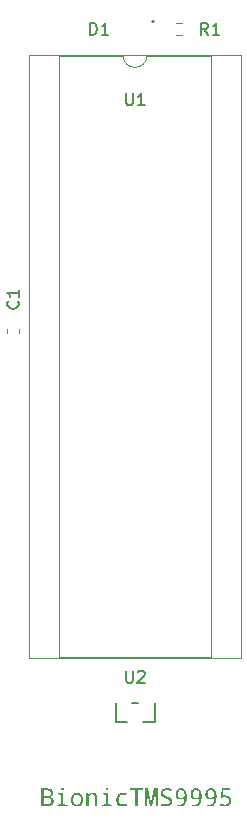
<source format=gbr>
G04 #@! TF.GenerationSoftware,KiCad,Pcbnew,8.0.4+dfsg-1*
G04 #@! TF.CreationDate,2025-02-23T17:23:09+09:00*
G04 #@! TF.ProjectId,bionic-tms9995,62696f6e-6963-42d7-946d-73393939352e,2*
G04 #@! TF.SameCoordinates,Original*
G04 #@! TF.FileFunction,Legend,Top*
G04 #@! TF.FilePolarity,Positive*
%FSLAX46Y46*%
G04 Gerber Fmt 4.6, Leading zero omitted, Abs format (unit mm)*
G04 Created by KiCad (PCBNEW 8.0.4+dfsg-1) date 2025-02-23 17:23:09*
%MOMM*%
%LPD*%
G01*
G04 APERTURE LIST*
%ADD10C,0.150000*%
%ADD11C,0.152400*%
%ADD12C,0.120000*%
G04 APERTURE END LIST*
D10*
G36*
X106312245Y-135799063D02*
G01*
X106389051Y-135805637D01*
X106471229Y-135819311D01*
X106542512Y-135839297D01*
X106611902Y-135870590D01*
X106637101Y-135886631D01*
X106692880Y-135938219D01*
X106732722Y-136003592D01*
X106756627Y-136082750D01*
X106764471Y-136163321D01*
X106764596Y-136175692D01*
X106756689Y-136253373D01*
X106729726Y-136328904D01*
X106683629Y-136394045D01*
X106627444Y-136441622D01*
X106560096Y-136475819D01*
X106481585Y-136496634D01*
X106464543Y-136499192D01*
X106464543Y-136509450D01*
X106544743Y-136527127D01*
X106614249Y-136552315D01*
X106686094Y-136594361D01*
X106741231Y-136648142D01*
X106779660Y-136713658D01*
X106801381Y-136790909D01*
X106806727Y-136861160D01*
X106802104Y-136934481D01*
X106785021Y-137012274D01*
X106755351Y-137081722D01*
X106713093Y-137142826D01*
X106675203Y-137181362D01*
X106613245Y-137226615D01*
X106542137Y-137260753D01*
X106461877Y-137283776D01*
X106385799Y-137294664D01*
X106317265Y-137297500D01*
X105774313Y-137297500D01*
X105774313Y-137133735D01*
X105967021Y-137133735D01*
X106283193Y-137133735D01*
X106358326Y-137129355D01*
X106438155Y-137111565D01*
X106513289Y-137072152D01*
X106565882Y-137013033D01*
X106595935Y-136934207D01*
X106603762Y-136853466D01*
X106595613Y-136778635D01*
X106564323Y-136705580D01*
X106509566Y-136650788D01*
X106431342Y-136614261D01*
X106348228Y-136597772D01*
X106270004Y-136593714D01*
X105967021Y-136593714D01*
X105967021Y-137133735D01*
X105774313Y-137133735D01*
X105774313Y-136429949D01*
X105967021Y-136429949D01*
X106259379Y-136429949D01*
X106334347Y-136426446D01*
X106412728Y-136412213D01*
X106484307Y-136380683D01*
X106493852Y-136373895D01*
X106541531Y-136316259D01*
X106563968Y-136241589D01*
X106567492Y-136188515D01*
X106558184Y-136112822D01*
X106523184Y-136044465D01*
X106488723Y-136013759D01*
X106416664Y-135981387D01*
X106336779Y-135965824D01*
X106259889Y-135960844D01*
X106238863Y-135960636D01*
X105967021Y-135960636D01*
X105967021Y-136429949D01*
X105774313Y-136429949D01*
X105774313Y-135796871D01*
X106227872Y-135796871D01*
X106312245Y-135799063D01*
G37*
G36*
X107547516Y-135703082D02*
G01*
X107622148Y-135725452D01*
X107654987Y-135792561D01*
X107656693Y-135819952D01*
X107638351Y-135892080D01*
X107624086Y-135908613D01*
X107555722Y-135937301D01*
X107547516Y-135937555D01*
X107476117Y-135918146D01*
X107439933Y-135853832D01*
X107437240Y-135819952D01*
X107455440Y-135744284D01*
X107521670Y-135704908D01*
X107547516Y-135703082D01*
G37*
G36*
X107452994Y-136319307D02*
G01*
X107175656Y-136297691D01*
X107175656Y-136172028D01*
X107640206Y-136172028D01*
X107640206Y-137150221D01*
X108002907Y-137170737D01*
X108002907Y-137297500D01*
X107098353Y-137297500D01*
X107098353Y-137170737D01*
X107452994Y-137150221D01*
X107452994Y-136319307D01*
G37*
G36*
X108871949Y-136154197D02*
G01*
X108947589Y-136171044D01*
X109017510Y-136199122D01*
X109081712Y-136238432D01*
X109140196Y-136288973D01*
X109158420Y-136308316D01*
X109207102Y-136371900D01*
X109245712Y-136442852D01*
X109274249Y-136521171D01*
X109292715Y-136606857D01*
X109300409Y-136683890D01*
X109301668Y-136732566D01*
X109298216Y-136815148D01*
X109287858Y-136892077D01*
X109270595Y-136963354D01*
X109240765Y-137041424D01*
X109200992Y-137111354D01*
X109160252Y-137163410D01*
X109104060Y-137216948D01*
X109041275Y-137259409D01*
X108971894Y-137290793D01*
X108895920Y-137311101D01*
X108813350Y-137320331D01*
X108784362Y-137320947D01*
X108703600Y-137315318D01*
X108628376Y-137298433D01*
X108558691Y-137270290D01*
X108494545Y-137230890D01*
X108435936Y-137180233D01*
X108417631Y-137160846D01*
X108368825Y-137096896D01*
X108330116Y-137025400D01*
X108301505Y-136946355D01*
X108285376Y-136874719D01*
X108276260Y-136797842D01*
X108274016Y-136732566D01*
X108467823Y-136732566D01*
X108470641Y-136809890D01*
X108483163Y-136901157D01*
X108505703Y-136978904D01*
X108547965Y-137057073D01*
X108605880Y-137114115D01*
X108679448Y-137150031D01*
X108768669Y-137164819D01*
X108788392Y-137165242D01*
X108863267Y-137158481D01*
X108942823Y-137131017D01*
X109006779Y-137082425D01*
X109055136Y-137012707D01*
X109082591Y-136941721D01*
X109100062Y-136857214D01*
X109107549Y-136759186D01*
X109107861Y-136732566D01*
X109105034Y-136656028D01*
X109092469Y-136565687D01*
X109069852Y-136488731D01*
X109027444Y-136411356D01*
X108969331Y-136354893D01*
X108895510Y-136319343D01*
X108805984Y-136304704D01*
X108786194Y-136304286D01*
X108711575Y-136310978D01*
X108632294Y-136338164D01*
X108568557Y-136386261D01*
X108520367Y-136455271D01*
X108493007Y-136525536D01*
X108475596Y-136609184D01*
X108468134Y-136706217D01*
X108467823Y-136732566D01*
X108274016Y-136732566D01*
X108277424Y-136650749D01*
X108287648Y-136574514D01*
X108308913Y-136490399D01*
X108339992Y-136414321D01*
X108380886Y-136346280D01*
X108413601Y-136305385D01*
X108469384Y-136252096D01*
X108532046Y-136209833D01*
X108601585Y-136178594D01*
X108678002Y-136158381D01*
X108761297Y-136149194D01*
X108790590Y-136148581D01*
X108871949Y-136154197D01*
G37*
G36*
X110330053Y-137297500D02*
G01*
X110330053Y-136571366D01*
X110324069Y-136494424D01*
X110301091Y-136419308D01*
X110252502Y-136355407D01*
X110180457Y-136317066D01*
X110100034Y-136304547D01*
X110084955Y-136304286D01*
X110010766Y-136310674D01*
X109931941Y-136336628D01*
X109868571Y-136382545D01*
X109820657Y-136448426D01*
X109788200Y-136534271D01*
X109773362Y-136617321D01*
X109768416Y-136713148D01*
X109768416Y-137297500D01*
X109580838Y-137297500D01*
X109580838Y-136172028D01*
X109732146Y-136172028D01*
X109759990Y-136321871D01*
X109770248Y-136321871D01*
X109814804Y-136262980D01*
X109878703Y-136209673D01*
X109955434Y-136172950D01*
X110031417Y-136154673D01*
X110116829Y-136148581D01*
X110210767Y-136155021D01*
X110292180Y-136174341D01*
X110361068Y-136206541D01*
X110429564Y-136264904D01*
X110470271Y-136326084D01*
X110498452Y-136400144D01*
X110514108Y-136487083D01*
X110517631Y-136560741D01*
X110517631Y-137297500D01*
X110330053Y-137297500D01*
G37*
G36*
X111328395Y-135703082D02*
G01*
X111403028Y-135725452D01*
X111435866Y-135792561D01*
X111437572Y-135819952D01*
X111419231Y-135892080D01*
X111404965Y-135908613D01*
X111336601Y-135937301D01*
X111328395Y-135937555D01*
X111256996Y-135918146D01*
X111220812Y-135853832D01*
X111218120Y-135819952D01*
X111236319Y-135744284D01*
X111302549Y-135704908D01*
X111328395Y-135703082D01*
G37*
G36*
X111233873Y-136319307D02*
G01*
X110956536Y-136297691D01*
X110956536Y-136172028D01*
X111421085Y-136172028D01*
X111421085Y-137150221D01*
X111783786Y-137170737D01*
X111783786Y-137297500D01*
X110879233Y-137297500D01*
X110879233Y-137170737D01*
X111233873Y-137150221D01*
X111233873Y-136319307D01*
G37*
G36*
X113029791Y-136209398D02*
G01*
X112966044Y-136372063D01*
X112890801Y-136345937D01*
X112819681Y-136327275D01*
X112744597Y-136315204D01*
X112689805Y-136312346D01*
X112600246Y-136319004D01*
X112522628Y-136338976D01*
X112456952Y-136372264D01*
X112391648Y-136432598D01*
X112352840Y-136495844D01*
X112325972Y-136572406D01*
X112311045Y-136662282D01*
X112307687Y-136738428D01*
X112310955Y-136813264D01*
X112325481Y-136901595D01*
X112351627Y-136976840D01*
X112400652Y-137052493D01*
X112467834Y-137107700D01*
X112553172Y-137142460D01*
X112634517Y-137155546D01*
X112679547Y-137157182D01*
X112760948Y-137153198D01*
X112843220Y-137141245D01*
X112915921Y-137124250D01*
X112989289Y-137101154D01*
X113010374Y-137093435D01*
X113010374Y-137258299D01*
X112937398Y-137285707D01*
X112856592Y-137305285D01*
X112779463Y-137315991D01*
X112696338Y-137320702D01*
X112671487Y-137320947D01*
X112591600Y-137317289D01*
X112517492Y-137306314D01*
X112436189Y-137283486D01*
X112363207Y-137250123D01*
X112298545Y-137206223D01*
X112260060Y-137171104D01*
X112210381Y-137110327D01*
X112170982Y-137040380D01*
X112141860Y-136961263D01*
X112125443Y-136888326D01*
X112116164Y-136809021D01*
X112113880Y-136740992D01*
X112117530Y-136653918D01*
X112128478Y-136573588D01*
X112146724Y-136500002D01*
X112178254Y-136420601D01*
X112220295Y-136350912D01*
X112263357Y-136300256D01*
X112323674Y-136248710D01*
X112392517Y-136207829D01*
X112469888Y-136177613D01*
X112555784Y-136158061D01*
X112633878Y-136149914D01*
X112683577Y-136148581D01*
X112762880Y-136151491D01*
X112840185Y-136160222D01*
X112915491Y-136174773D01*
X112988798Y-136195144D01*
X113029791Y-136209398D01*
G37*
G36*
X113925185Y-137297500D02*
G01*
X113732844Y-137297500D01*
X113732844Y-135965765D01*
X113302000Y-135965765D01*
X113302000Y-135796871D01*
X114354931Y-135796871D01*
X114354931Y-135965765D01*
X113925185Y-135965765D01*
X113925185Y-137297500D01*
G37*
G36*
X115005227Y-137297500D02*
G01*
X114719097Y-135984450D01*
X114710670Y-135978588D01*
X114716053Y-136061059D01*
X114720523Y-136137198D01*
X114724684Y-136220205D01*
X114727530Y-136294094D01*
X114729191Y-136368771D01*
X114729355Y-136396976D01*
X114729355Y-137297500D01*
X114573650Y-137297500D01*
X114573650Y-135796871D01*
X114828273Y-135796871D01*
X115083629Y-137019429D01*
X115089857Y-137019429D01*
X115347411Y-135796871D01*
X115607164Y-135796871D01*
X115607164Y-137297500D01*
X115449261Y-137297500D01*
X115449261Y-136383787D01*
X115450420Y-136309399D01*
X115452924Y-136230464D01*
X115456187Y-136148126D01*
X115459693Y-136069161D01*
X115463915Y-135980786D01*
X115455855Y-135980786D01*
X115164229Y-137297500D01*
X115005227Y-137297500D01*
G37*
G36*
X115862886Y-137250605D02*
G01*
X115862886Y-137068888D01*
X115944073Y-137098894D01*
X116024693Y-137122692D01*
X116104746Y-137140282D01*
X116184233Y-137151664D01*
X116263153Y-137156837D01*
X116289334Y-137157182D01*
X116373827Y-137153289D01*
X116447054Y-137141612D01*
X116522745Y-137116066D01*
X116590339Y-137069355D01*
X116632586Y-137005127D01*
X116649484Y-136923381D01*
X116649836Y-136908054D01*
X116639635Y-136834776D01*
X116601948Y-136766865D01*
X116577296Y-136743557D01*
X116509805Y-136701250D01*
X116438588Y-136667326D01*
X116360982Y-136635465D01*
X116283106Y-136606536D01*
X116206985Y-136577217D01*
X116139365Y-136545863D01*
X116071219Y-136506711D01*
X116007506Y-136458574D01*
X115975360Y-136426652D01*
X115930376Y-136362992D01*
X115900115Y-136289480D01*
X115885575Y-136215863D01*
X115882303Y-136155542D01*
X115888632Y-136080880D01*
X115911364Y-136004653D01*
X115950628Y-135938135D01*
X116006424Y-135881326D01*
X116014561Y-135874907D01*
X116077282Y-135835364D01*
X116149400Y-135805534D01*
X116230914Y-135785416D01*
X116308263Y-135775902D01*
X116377994Y-135773424D01*
X116464951Y-135776245D01*
X116548869Y-135784707D01*
X116629746Y-135798811D01*
X116707584Y-135818556D01*
X116782383Y-135843942D01*
X116806640Y-135853658D01*
X116740695Y-136022918D01*
X116667034Y-135995527D01*
X116595254Y-135973802D01*
X116513887Y-135955620D01*
X116435080Y-135945152D01*
X116369568Y-135942318D01*
X116282599Y-135947568D01*
X116210371Y-135963320D01*
X116143155Y-135996082D01*
X116091563Y-136053416D01*
X116068863Y-136131332D01*
X116067683Y-136157374D01*
X116077163Y-136230412D01*
X116112185Y-136300907D01*
X116135095Y-136326268D01*
X116198453Y-136371220D01*
X116265904Y-136405326D01*
X116339687Y-136436146D01*
X116413898Y-136463288D01*
X116489010Y-136491710D01*
X116568282Y-136526194D01*
X116635704Y-136561090D01*
X116699387Y-136602323D01*
X116752418Y-136650134D01*
X116797241Y-136715722D01*
X116825462Y-136792043D01*
X116836668Y-136869909D01*
X116837415Y-136897796D01*
X116830578Y-136980140D01*
X116810066Y-137054384D01*
X116775881Y-137120529D01*
X116728021Y-137178574D01*
X116694533Y-137208107D01*
X116626432Y-137252075D01*
X116558906Y-137281166D01*
X116482932Y-137302324D01*
X116398508Y-137315547D01*
X116321700Y-137320506D01*
X116289334Y-137320947D01*
X116206956Y-137319229D01*
X116130409Y-137314077D01*
X116046251Y-137303361D01*
X115970491Y-137287699D01*
X115892718Y-137263176D01*
X115862886Y-137250605D01*
G37*
G36*
X117675552Y-135779619D02*
G01*
X117750526Y-135798205D01*
X117818880Y-135829182D01*
X117880614Y-135872549D01*
X117935728Y-135928306D01*
X117952628Y-135949645D01*
X117997699Y-136020382D01*
X118033445Y-136100702D01*
X118056111Y-136174955D01*
X118072300Y-136255863D01*
X118082014Y-136343425D01*
X118085122Y-136418267D01*
X118085252Y-136437643D01*
X118082681Y-136544605D01*
X118074970Y-136644667D01*
X118062119Y-136737828D01*
X118044127Y-136824088D01*
X118020995Y-136903448D01*
X117992722Y-136975906D01*
X117959308Y-137041464D01*
X117899549Y-137126861D01*
X117828224Y-137196732D01*
X117745333Y-137251076D01*
X117650875Y-137289893D01*
X117544851Y-137313183D01*
X117467743Y-137320084D01*
X117427261Y-137320947D01*
X117351493Y-137318319D01*
X117277161Y-137308612D01*
X117249941Y-137302262D01*
X117249941Y-137141795D01*
X117321838Y-137164673D01*
X117396000Y-137173170D01*
X117421033Y-137173668D01*
X117503418Y-137168491D01*
X117577740Y-137152957D01*
X117654258Y-137121747D01*
X117719802Y-137076442D01*
X117767247Y-137026390D01*
X117812991Y-136953716D01*
X117844135Y-136878308D01*
X117864401Y-136806219D01*
X117879498Y-136725723D01*
X117889424Y-136636819D01*
X117893643Y-136559642D01*
X117881187Y-136559642D01*
X117832195Y-136627878D01*
X117771772Y-136679354D01*
X117699920Y-136714071D01*
X117616637Y-136732028D01*
X117563915Y-136734764D01*
X117480662Y-136728961D01*
X117405614Y-136711553D01*
X117329891Y-136677447D01*
X117264885Y-136628182D01*
X117250307Y-136613497D01*
X117200459Y-136547094D01*
X117168525Y-136479524D01*
X117147495Y-136403118D01*
X117137369Y-136317877D01*
X117136387Y-136279373D01*
X117317718Y-136279373D01*
X117323283Y-136357416D01*
X117342517Y-136431419D01*
X117379542Y-136497367D01*
X117388060Y-136507618D01*
X117449592Y-136556287D01*
X117520932Y-136581168D01*
X117589927Y-136587486D01*
X117667558Y-136579328D01*
X117736959Y-136554856D01*
X117798132Y-136514070D01*
X117809379Y-136503954D01*
X117859857Y-136443973D01*
X117891026Y-136372712D01*
X117898039Y-136315277D01*
X117892887Y-136240378D01*
X117874775Y-136162303D01*
X117843621Y-136090777D01*
X117815607Y-136046732D01*
X117764921Y-135991831D01*
X117698475Y-135951903D01*
X117621367Y-135934157D01*
X117596155Y-135933159D01*
X117519448Y-135941853D01*
X117448293Y-135971499D01*
X117390991Y-136022185D01*
X117352351Y-136085555D01*
X117329811Y-136155803D01*
X117319507Y-136228755D01*
X117317718Y-136279373D01*
X117136387Y-136279373D01*
X117136368Y-136278640D01*
X117140734Y-136194315D01*
X117153833Y-136116919D01*
X117175665Y-136046453D01*
X117212172Y-135973000D01*
X117260566Y-135908979D01*
X117318969Y-135856160D01*
X117385507Y-135816315D01*
X117460180Y-135789442D01*
X117542987Y-135775542D01*
X117593957Y-135773424D01*
X117675552Y-135779619D01*
G37*
G36*
X118935845Y-135779619D02*
G01*
X119010819Y-135798205D01*
X119079173Y-135829182D01*
X119140907Y-135872549D01*
X119196021Y-135928306D01*
X119212921Y-135949645D01*
X119257992Y-136020382D01*
X119293738Y-136100702D01*
X119316404Y-136174955D01*
X119332593Y-136255863D01*
X119342307Y-136343425D01*
X119345415Y-136418267D01*
X119345545Y-136437643D01*
X119342974Y-136544605D01*
X119335264Y-136644667D01*
X119322412Y-136737828D01*
X119304420Y-136824088D01*
X119281288Y-136903448D01*
X119253015Y-136975906D01*
X119219601Y-137041464D01*
X119159842Y-137126861D01*
X119088517Y-137196732D01*
X119005626Y-137251076D01*
X118911168Y-137289893D01*
X118805144Y-137313183D01*
X118728036Y-137320084D01*
X118687554Y-137320947D01*
X118611786Y-137318319D01*
X118537454Y-137308612D01*
X118510234Y-137302262D01*
X118510234Y-137141795D01*
X118582131Y-137164673D01*
X118656293Y-137173170D01*
X118681326Y-137173668D01*
X118763711Y-137168491D01*
X118838033Y-137152957D01*
X118914551Y-137121747D01*
X118980095Y-137076442D01*
X119027540Y-137026390D01*
X119073284Y-136953716D01*
X119104428Y-136878308D01*
X119124694Y-136806219D01*
X119139791Y-136725723D01*
X119149717Y-136636819D01*
X119153936Y-136559642D01*
X119141480Y-136559642D01*
X119092488Y-136627878D01*
X119032066Y-136679354D01*
X118960213Y-136714071D01*
X118876930Y-136732028D01*
X118824208Y-136734764D01*
X118740956Y-136728961D01*
X118665907Y-136711553D01*
X118590184Y-136677447D01*
X118525178Y-136628182D01*
X118510600Y-136613497D01*
X118460752Y-136547094D01*
X118428818Y-136479524D01*
X118407788Y-136403118D01*
X118397663Y-136317877D01*
X118396680Y-136279373D01*
X118578011Y-136279373D01*
X118583576Y-136357416D01*
X118602810Y-136431419D01*
X118639835Y-136497367D01*
X118648353Y-136507618D01*
X118709885Y-136556287D01*
X118781225Y-136581168D01*
X118850220Y-136587486D01*
X118927851Y-136579328D01*
X118997252Y-136554856D01*
X119058425Y-136514070D01*
X119069672Y-136503954D01*
X119120150Y-136443973D01*
X119151319Y-136372712D01*
X119158332Y-136315277D01*
X119153180Y-136240378D01*
X119135068Y-136162303D01*
X119103914Y-136090777D01*
X119075901Y-136046732D01*
X119025215Y-135991831D01*
X118958768Y-135951903D01*
X118881660Y-135934157D01*
X118856448Y-135933159D01*
X118779741Y-135941853D01*
X118708586Y-135971499D01*
X118651284Y-136022185D01*
X118612644Y-136085555D01*
X118590104Y-136155803D01*
X118579800Y-136228755D01*
X118578011Y-136279373D01*
X118396680Y-136279373D01*
X118396661Y-136278640D01*
X118401027Y-136194315D01*
X118414126Y-136116919D01*
X118435958Y-136046453D01*
X118472465Y-135973000D01*
X118520859Y-135908979D01*
X118579262Y-135856160D01*
X118645800Y-135816315D01*
X118720473Y-135789442D01*
X118803280Y-135775542D01*
X118854250Y-135773424D01*
X118935845Y-135779619D01*
G37*
G36*
X120196138Y-135779619D02*
G01*
X120271112Y-135798205D01*
X120339467Y-135829182D01*
X120401200Y-135872549D01*
X120456314Y-135928306D01*
X120473214Y-135949645D01*
X120518285Y-136020382D01*
X120554031Y-136100702D01*
X120576697Y-136174955D01*
X120592886Y-136255863D01*
X120602600Y-136343425D01*
X120605708Y-136418267D01*
X120605838Y-136437643D01*
X120603267Y-136544605D01*
X120595557Y-136644667D01*
X120582705Y-136737828D01*
X120564713Y-136824088D01*
X120541581Y-136903448D01*
X120513308Y-136975906D01*
X120479894Y-137041464D01*
X120420135Y-137126861D01*
X120348810Y-137196732D01*
X120265919Y-137251076D01*
X120171461Y-137289893D01*
X120065438Y-137313183D01*
X119988329Y-137320084D01*
X119947847Y-137320947D01*
X119872079Y-137318319D01*
X119797747Y-137308612D01*
X119770527Y-137302262D01*
X119770527Y-137141795D01*
X119842424Y-137164673D01*
X119916586Y-137173170D01*
X119941619Y-137173668D01*
X120024004Y-137168491D01*
X120098326Y-137152957D01*
X120174844Y-137121747D01*
X120240388Y-137076442D01*
X120287834Y-137026390D01*
X120333577Y-136953716D01*
X120364721Y-136878308D01*
X120384987Y-136806219D01*
X120400084Y-136725723D01*
X120410010Y-136636819D01*
X120414229Y-136559642D01*
X120401773Y-136559642D01*
X120352781Y-136627878D01*
X120292359Y-136679354D01*
X120220506Y-136714071D01*
X120137223Y-136732028D01*
X120084501Y-136734764D01*
X120001249Y-136728961D01*
X119926200Y-136711553D01*
X119850478Y-136677447D01*
X119785471Y-136628182D01*
X119770894Y-136613497D01*
X119721045Y-136547094D01*
X119689111Y-136479524D01*
X119668081Y-136403118D01*
X119657956Y-136317877D01*
X119656973Y-136279373D01*
X119838305Y-136279373D01*
X119843869Y-136357416D01*
X119863103Y-136431419D01*
X119900129Y-136497367D01*
X119908646Y-136507618D01*
X119970179Y-136556287D01*
X120041518Y-136581168D01*
X120110513Y-136587486D01*
X120188144Y-136579328D01*
X120257545Y-136554856D01*
X120318718Y-136514070D01*
X120329965Y-136503954D01*
X120380443Y-136443973D01*
X120411612Y-136372712D01*
X120418626Y-136315277D01*
X120413474Y-136240378D01*
X120395361Y-136162303D01*
X120364208Y-136090777D01*
X120336194Y-136046732D01*
X120285508Y-135991831D01*
X120219061Y-135951903D01*
X120141953Y-135934157D01*
X120116741Y-135933159D01*
X120040034Y-135941853D01*
X119968879Y-135971499D01*
X119911577Y-136022185D01*
X119872937Y-136085555D01*
X119850397Y-136155803D01*
X119840093Y-136228755D01*
X119838305Y-136279373D01*
X119656973Y-136279373D01*
X119656954Y-136278640D01*
X119661321Y-136194315D01*
X119674420Y-136116919D01*
X119696251Y-136046453D01*
X119732758Y-135973000D01*
X119781152Y-135908979D01*
X119839555Y-135856160D01*
X119906093Y-135816315D01*
X119980766Y-135789442D01*
X120063573Y-135775542D01*
X120114543Y-135773424D01*
X120196138Y-135779619D01*
G37*
G36*
X120935932Y-137239614D02*
G01*
X120935932Y-137062294D01*
X121004388Y-137100837D01*
X121079927Y-137129914D01*
X121162549Y-137149523D01*
X121239005Y-137158797D01*
X121306693Y-137161212D01*
X121387837Y-137156220D01*
X121474052Y-137135941D01*
X121543362Y-137100064D01*
X121595768Y-137048586D01*
X121631268Y-136981510D01*
X121649864Y-136898835D01*
X121652907Y-136841742D01*
X121644258Y-136755618D01*
X121618310Y-136684091D01*
X121564338Y-136617527D01*
X121500334Y-136578115D01*
X121419030Y-136553299D01*
X121341533Y-136543957D01*
X121298633Y-136542789D01*
X121222040Y-136546396D01*
X121146563Y-136554911D01*
X121069579Y-136566857D01*
X121060496Y-136568435D01*
X120967806Y-136509450D01*
X121024592Y-135796871D01*
X121735339Y-135796871D01*
X121735339Y-135967964D01*
X121187258Y-135967964D01*
X121146958Y-136403571D01*
X121222166Y-136391890D01*
X121296162Y-136385058D01*
X121362380Y-136383054D01*
X121440652Y-136387176D01*
X121513076Y-136399541D01*
X121590180Y-136424385D01*
X121659325Y-136460449D01*
X121712258Y-136500291D01*
X121764220Y-136555576D01*
X121803420Y-136619172D01*
X121829856Y-136691077D01*
X121843531Y-136771292D01*
X121845614Y-136820860D01*
X121840617Y-136906748D01*
X121825625Y-136984985D01*
X121800637Y-137055572D01*
X121758853Y-137128253D01*
X121703465Y-137190521D01*
X121635700Y-137241341D01*
X121568741Y-137274967D01*
X121493591Y-137299421D01*
X121410248Y-137314706D01*
X121334539Y-137320437D01*
X121302663Y-137320947D01*
X121219445Y-137318087D01*
X121142899Y-137309509D01*
X121062028Y-137292274D01*
X120990238Y-137267254D01*
X120935932Y-137239614D01*
G37*
X112938095Y-125842819D02*
X112938095Y-126652342D01*
X112938095Y-126652342D02*
X112985714Y-126747580D01*
X112985714Y-126747580D02*
X113033333Y-126795200D01*
X113033333Y-126795200D02*
X113128571Y-126842819D01*
X113128571Y-126842819D02*
X113319047Y-126842819D01*
X113319047Y-126842819D02*
X113414285Y-126795200D01*
X113414285Y-126795200D02*
X113461904Y-126747580D01*
X113461904Y-126747580D02*
X113509523Y-126652342D01*
X113509523Y-126652342D02*
X113509523Y-125842819D01*
X113938095Y-125938057D02*
X113985714Y-125890438D01*
X113985714Y-125890438D02*
X114080952Y-125842819D01*
X114080952Y-125842819D02*
X114319047Y-125842819D01*
X114319047Y-125842819D02*
X114414285Y-125890438D01*
X114414285Y-125890438D02*
X114461904Y-125938057D01*
X114461904Y-125938057D02*
X114509523Y-126033295D01*
X114509523Y-126033295D02*
X114509523Y-126128533D01*
X114509523Y-126128533D02*
X114461904Y-126271390D01*
X114461904Y-126271390D02*
X113890476Y-126842819D01*
X113890476Y-126842819D02*
X114509523Y-126842819D01*
X112938095Y-76947819D02*
X112938095Y-77757342D01*
X112938095Y-77757342D02*
X112985714Y-77852580D01*
X112985714Y-77852580D02*
X113033333Y-77900200D01*
X113033333Y-77900200D02*
X113128571Y-77947819D01*
X113128571Y-77947819D02*
X113319047Y-77947819D01*
X113319047Y-77947819D02*
X113414285Y-77900200D01*
X113414285Y-77900200D02*
X113461904Y-77852580D01*
X113461904Y-77852580D02*
X113509523Y-77757342D01*
X113509523Y-77757342D02*
X113509523Y-76947819D01*
X114509523Y-77947819D02*
X113938095Y-77947819D01*
X114223809Y-77947819D02*
X114223809Y-76947819D01*
X114223809Y-76947819D02*
X114128571Y-77090676D01*
X114128571Y-77090676D02*
X114033333Y-77185914D01*
X114033333Y-77185914D02*
X113938095Y-77233533D01*
X109913905Y-71978819D02*
X109913905Y-70978819D01*
X109913905Y-70978819D02*
X110152000Y-70978819D01*
X110152000Y-70978819D02*
X110294857Y-71026438D01*
X110294857Y-71026438D02*
X110390095Y-71121676D01*
X110390095Y-71121676D02*
X110437714Y-71216914D01*
X110437714Y-71216914D02*
X110485333Y-71407390D01*
X110485333Y-71407390D02*
X110485333Y-71550247D01*
X110485333Y-71550247D02*
X110437714Y-71740723D01*
X110437714Y-71740723D02*
X110390095Y-71835961D01*
X110390095Y-71835961D02*
X110294857Y-71931200D01*
X110294857Y-71931200D02*
X110152000Y-71978819D01*
X110152000Y-71978819D02*
X109913905Y-71978819D01*
X111437714Y-71978819D02*
X110866286Y-71978819D01*
X111152000Y-71978819D02*
X111152000Y-70978819D01*
X111152000Y-70978819D02*
X111056762Y-71121676D01*
X111056762Y-71121676D02*
X110961524Y-71216914D01*
X110961524Y-71216914D02*
X110866286Y-71264533D01*
X119883333Y-71978819D02*
X119550000Y-71502628D01*
X119311905Y-71978819D02*
X119311905Y-70978819D01*
X119311905Y-70978819D02*
X119692857Y-70978819D01*
X119692857Y-70978819D02*
X119788095Y-71026438D01*
X119788095Y-71026438D02*
X119835714Y-71074057D01*
X119835714Y-71074057D02*
X119883333Y-71169295D01*
X119883333Y-71169295D02*
X119883333Y-71312152D01*
X119883333Y-71312152D02*
X119835714Y-71407390D01*
X119835714Y-71407390D02*
X119788095Y-71455009D01*
X119788095Y-71455009D02*
X119692857Y-71502628D01*
X119692857Y-71502628D02*
X119311905Y-71502628D01*
X120835714Y-71978819D02*
X120264286Y-71978819D01*
X120550000Y-71978819D02*
X120550000Y-70978819D01*
X120550000Y-70978819D02*
X120454762Y-71121676D01*
X120454762Y-71121676D02*
X120359524Y-71216914D01*
X120359524Y-71216914D02*
X120264286Y-71264533D01*
X103772580Y-94550666D02*
X103820200Y-94598285D01*
X103820200Y-94598285D02*
X103867819Y-94741142D01*
X103867819Y-94741142D02*
X103867819Y-94836380D01*
X103867819Y-94836380D02*
X103820200Y-94979237D01*
X103820200Y-94979237D02*
X103724961Y-95074475D01*
X103724961Y-95074475D02*
X103629723Y-95122094D01*
X103629723Y-95122094D02*
X103439247Y-95169713D01*
X103439247Y-95169713D02*
X103296390Y-95169713D01*
X103296390Y-95169713D02*
X103105914Y-95122094D01*
X103105914Y-95122094D02*
X103010676Y-95074475D01*
X103010676Y-95074475D02*
X102915438Y-94979237D01*
X102915438Y-94979237D02*
X102867819Y-94836380D01*
X102867819Y-94836380D02*
X102867819Y-94741142D01*
X102867819Y-94741142D02*
X102915438Y-94598285D01*
X102915438Y-94598285D02*
X102963057Y-94550666D01*
X103867819Y-93598285D02*
X103867819Y-94169713D01*
X103867819Y-93883999D02*
X102867819Y-93883999D01*
X102867819Y-93883999D02*
X103010676Y-93979237D01*
X103010676Y-93979237D02*
X103105914Y-94074475D01*
X103105914Y-94074475D02*
X103153533Y-94169713D01*
D11*
X115352000Y-130186000D02*
X115352000Y-128532000D01*
X114362940Y-130186000D02*
X115352000Y-130186000D01*
X113987061Y-128532000D02*
X113412939Y-128532000D01*
X112048000Y-130186000D02*
X113037060Y-130186000D01*
X112048000Y-128532000D02*
X112048000Y-130186000D01*
D12*
X104750000Y-73690000D02*
X104750000Y-124730000D01*
X104750000Y-124730000D02*
X122650000Y-124730000D01*
X107240000Y-73750000D02*
X107240000Y-124670000D01*
X107240000Y-124670000D02*
X120160000Y-124670000D01*
X112700000Y-73750000D02*
X107240000Y-73750000D01*
X120160000Y-73750000D02*
X114700000Y-73750000D01*
X120160000Y-124670000D02*
X120160000Y-73750000D01*
X122650000Y-73690000D02*
X104750000Y-73690000D01*
X122650000Y-124730000D02*
X122650000Y-73690000D01*
X114700000Y-73750000D02*
G75*
G02*
X112700000Y-73750000I-1000000J0D01*
G01*
D11*
X115300200Y-70838200D02*
G75*
G02*
X115147800Y-70838200I-76200J0D01*
G01*
X115147800Y-70838200D02*
G75*
G02*
X115300200Y-70838200I76200J0D01*
G01*
D12*
X117128276Y-71001500D02*
X117637724Y-71001500D01*
X117128276Y-72046500D02*
X117637724Y-72046500D01*
X102826800Y-97222667D02*
X102826800Y-96930133D01*
X103846800Y-97222667D02*
X103846800Y-96930133D01*
M02*

</source>
